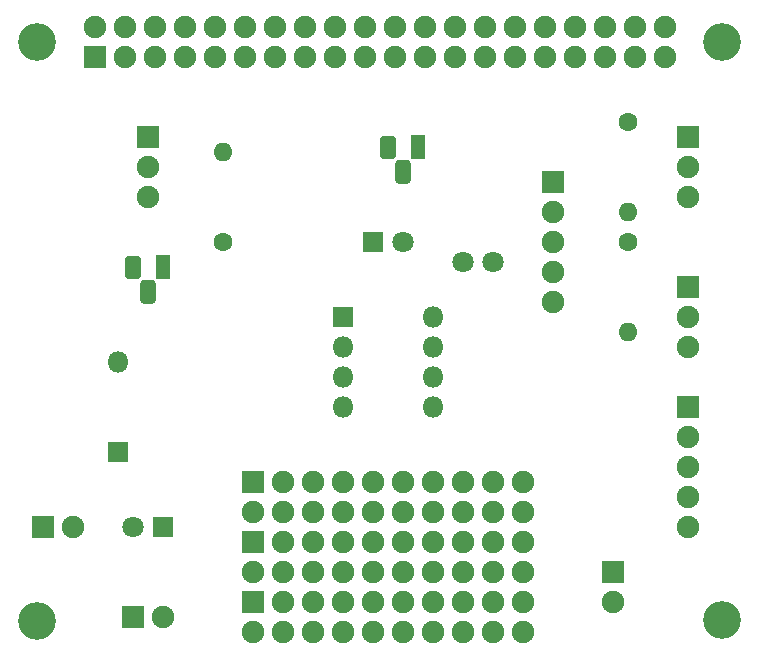
<source format=gts>
G04 #@! TF.GenerationSoftware,KiCad,Pcbnew,(5.1.5-0-10_14)*
G04 #@! TF.CreationDate,2019-12-20T11:49:40-05:00*
G04 #@! TF.ProjectId,Cbot2,43626f74-322e-46b6-9963-61645f706362,rev?*
G04 #@! TF.SameCoordinates,Original*
G04 #@! TF.FileFunction,Soldermask,Top*
G04 #@! TF.FilePolarity,Negative*
%FSLAX46Y46*%
G04 Gerber Fmt 4.6, Leading zero omitted, Abs format (unit mm)*
G04 Created by KiCad (PCBNEW (5.1.5-0-10_14)) date 2019-12-20 11:49:40*
%MOMM*%
%LPD*%
G04 APERTURE LIST*
%ADD10R,1.900000X1.900000*%
%ADD11O,1.900000X1.900000*%
%ADD12C,3.200000*%
%ADD13R,1.800000X1.800000*%
%ADD14O,1.800000X1.800000*%
%ADD15C,1.600000*%
%ADD16O,1.600000X1.600000*%
%ADD17C,0.100000*%
%ADD18R,1.300000X2.000000*%
%ADD19C,1.800000*%
G04 APERTURE END LIST*
D10*
X86920000Y-65590000D03*
D11*
X86920000Y-63050000D03*
X89460000Y-65590000D03*
X89460000Y-63050000D03*
X92000000Y-65590000D03*
X92000000Y-63050000D03*
X94540000Y-65590000D03*
X94540000Y-63050000D03*
X97080000Y-65590000D03*
X97080000Y-63050000D03*
X99620000Y-65590000D03*
X99620000Y-63050000D03*
X102160000Y-65590000D03*
X102160000Y-63050000D03*
X104700000Y-65590000D03*
X104700000Y-63050000D03*
X107240000Y-65590000D03*
X107240000Y-63050000D03*
X109780000Y-65590000D03*
X109780000Y-63050000D03*
X112320000Y-65590000D03*
X112320000Y-63050000D03*
X114860000Y-65590000D03*
X114860000Y-63050000D03*
X117400000Y-65590000D03*
X117400000Y-63050000D03*
X119940000Y-65590000D03*
X119940000Y-63050000D03*
X122480000Y-65590000D03*
X122480000Y-63050000D03*
X125020000Y-65590000D03*
X125020000Y-63050000D03*
X127560000Y-65590000D03*
X127560000Y-63050000D03*
X130100000Y-65590000D03*
X130100000Y-63050000D03*
X132640000Y-65590000D03*
X132640000Y-63050000D03*
X135180000Y-65590000D03*
X135180000Y-63050000D03*
D12*
X82040000Y-64310000D03*
X140040000Y-64330000D03*
X82040000Y-113320000D03*
X140030000Y-113310000D03*
D13*
X88900000Y-99060000D03*
D14*
X88900000Y-91440000D03*
D10*
X82550000Y-105410000D03*
D11*
X85090000Y-105410000D03*
X92710000Y-113030000D03*
D10*
X90170000Y-113030000D03*
X125730000Y-76200000D03*
D11*
X125730000Y-78740000D03*
X125730000Y-81280000D03*
X125730000Y-83820000D03*
X125730000Y-86360000D03*
D10*
X91440000Y-72390000D03*
D11*
X91440000Y-74930000D03*
X91440000Y-77470000D03*
X137160000Y-77470000D03*
X137160000Y-74930000D03*
D10*
X137160000Y-72390000D03*
D11*
X137160000Y-105410000D03*
X137160000Y-102870000D03*
X137160000Y-100330000D03*
X137160000Y-97790000D03*
D10*
X137160000Y-95250000D03*
X137160000Y-85090000D03*
D11*
X137160000Y-87630000D03*
X137160000Y-90170000D03*
D10*
X130810000Y-109220000D03*
D11*
X130810000Y-111760000D03*
D15*
X97790000Y-81280000D03*
D16*
X97790000Y-73660000D03*
X132080000Y-78740000D03*
D15*
X132080000Y-71120000D03*
X132080000Y-81280000D03*
D16*
X132080000Y-88900000D03*
D13*
X107950000Y-87630000D03*
D14*
X115570000Y-95250000D03*
X107950000Y-90170000D03*
X115570000Y-92710000D03*
X107950000Y-92710000D03*
X115570000Y-90170000D03*
X107950000Y-95250000D03*
X115570000Y-87630000D03*
D17*
G36*
X91796856Y-84491565D02*
G01*
X91828404Y-84496245D01*
X91859343Y-84503994D01*
X91889372Y-84514739D01*
X91918204Y-84528376D01*
X91945560Y-84544772D01*
X91971178Y-84563772D01*
X91994810Y-84585190D01*
X92016228Y-84608822D01*
X92035228Y-84634440D01*
X92051624Y-84661796D01*
X92065261Y-84690628D01*
X92076006Y-84720657D01*
X92083755Y-84751596D01*
X92088435Y-84783144D01*
X92090000Y-84815000D01*
X92090000Y-86165000D01*
X92088435Y-86196856D01*
X92083755Y-86228404D01*
X92076006Y-86259343D01*
X92065261Y-86289372D01*
X92051624Y-86318204D01*
X92035228Y-86345560D01*
X92016228Y-86371178D01*
X91994810Y-86394810D01*
X91971178Y-86416228D01*
X91945560Y-86435228D01*
X91918204Y-86451624D01*
X91889372Y-86465261D01*
X91859343Y-86476006D01*
X91828404Y-86483755D01*
X91796856Y-86488435D01*
X91765000Y-86490000D01*
X91115000Y-86490000D01*
X91083144Y-86488435D01*
X91051596Y-86483755D01*
X91020657Y-86476006D01*
X90990628Y-86465261D01*
X90961796Y-86451624D01*
X90934440Y-86435228D01*
X90908822Y-86416228D01*
X90885190Y-86394810D01*
X90863772Y-86371178D01*
X90844772Y-86345560D01*
X90828376Y-86318204D01*
X90814739Y-86289372D01*
X90803994Y-86259343D01*
X90796245Y-86228404D01*
X90791565Y-86196856D01*
X90790000Y-86165000D01*
X90790000Y-84815000D01*
X90791565Y-84783144D01*
X90796245Y-84751596D01*
X90803994Y-84720657D01*
X90814739Y-84690628D01*
X90828376Y-84661796D01*
X90844772Y-84634440D01*
X90863772Y-84608822D01*
X90885190Y-84585190D01*
X90908822Y-84563772D01*
X90934440Y-84544772D01*
X90961796Y-84528376D01*
X90990628Y-84514739D01*
X91020657Y-84503994D01*
X91051596Y-84496245D01*
X91083144Y-84491565D01*
X91115000Y-84490000D01*
X91765000Y-84490000D01*
X91796856Y-84491565D01*
G37*
G36*
X90526856Y-82421565D02*
G01*
X90558404Y-82426245D01*
X90589343Y-82433994D01*
X90619372Y-82444739D01*
X90648204Y-82458376D01*
X90675560Y-82474772D01*
X90701178Y-82493772D01*
X90724810Y-82515190D01*
X90746228Y-82538822D01*
X90765228Y-82564440D01*
X90781624Y-82591796D01*
X90795261Y-82620628D01*
X90806006Y-82650657D01*
X90813755Y-82681596D01*
X90818435Y-82713144D01*
X90820000Y-82745000D01*
X90820000Y-84095000D01*
X90818435Y-84126856D01*
X90813755Y-84158404D01*
X90806006Y-84189343D01*
X90795261Y-84219372D01*
X90781624Y-84248204D01*
X90765228Y-84275560D01*
X90746228Y-84301178D01*
X90724810Y-84324810D01*
X90701178Y-84346228D01*
X90675560Y-84365228D01*
X90648204Y-84381624D01*
X90619372Y-84395261D01*
X90589343Y-84406006D01*
X90558404Y-84413755D01*
X90526856Y-84418435D01*
X90495000Y-84420000D01*
X89845000Y-84420000D01*
X89813144Y-84418435D01*
X89781596Y-84413755D01*
X89750657Y-84406006D01*
X89720628Y-84395261D01*
X89691796Y-84381624D01*
X89664440Y-84365228D01*
X89638822Y-84346228D01*
X89615190Y-84324810D01*
X89593772Y-84301178D01*
X89574772Y-84275560D01*
X89558376Y-84248204D01*
X89544739Y-84219372D01*
X89533994Y-84189343D01*
X89526245Y-84158404D01*
X89521565Y-84126856D01*
X89520000Y-84095000D01*
X89520000Y-82745000D01*
X89521565Y-82713144D01*
X89526245Y-82681596D01*
X89533994Y-82650657D01*
X89544739Y-82620628D01*
X89558376Y-82591796D01*
X89574772Y-82564440D01*
X89593772Y-82538822D01*
X89615190Y-82515190D01*
X89638822Y-82493772D01*
X89664440Y-82474772D01*
X89691796Y-82458376D01*
X89720628Y-82444739D01*
X89750657Y-82433994D01*
X89781596Y-82426245D01*
X89813144Y-82421565D01*
X89845000Y-82420000D01*
X90495000Y-82420000D01*
X90526856Y-82421565D01*
G37*
D18*
X92710000Y-83420000D03*
D17*
G36*
X113386856Y-74331565D02*
G01*
X113418404Y-74336245D01*
X113449343Y-74343994D01*
X113479372Y-74354739D01*
X113508204Y-74368376D01*
X113535560Y-74384772D01*
X113561178Y-74403772D01*
X113584810Y-74425190D01*
X113606228Y-74448822D01*
X113625228Y-74474440D01*
X113641624Y-74501796D01*
X113655261Y-74530628D01*
X113666006Y-74560657D01*
X113673755Y-74591596D01*
X113678435Y-74623144D01*
X113680000Y-74655000D01*
X113680000Y-76005000D01*
X113678435Y-76036856D01*
X113673755Y-76068404D01*
X113666006Y-76099343D01*
X113655261Y-76129372D01*
X113641624Y-76158204D01*
X113625228Y-76185560D01*
X113606228Y-76211178D01*
X113584810Y-76234810D01*
X113561178Y-76256228D01*
X113535560Y-76275228D01*
X113508204Y-76291624D01*
X113479372Y-76305261D01*
X113449343Y-76316006D01*
X113418404Y-76323755D01*
X113386856Y-76328435D01*
X113355000Y-76330000D01*
X112705000Y-76330000D01*
X112673144Y-76328435D01*
X112641596Y-76323755D01*
X112610657Y-76316006D01*
X112580628Y-76305261D01*
X112551796Y-76291624D01*
X112524440Y-76275228D01*
X112498822Y-76256228D01*
X112475190Y-76234810D01*
X112453772Y-76211178D01*
X112434772Y-76185560D01*
X112418376Y-76158204D01*
X112404739Y-76129372D01*
X112393994Y-76099343D01*
X112386245Y-76068404D01*
X112381565Y-76036856D01*
X112380000Y-76005000D01*
X112380000Y-74655000D01*
X112381565Y-74623144D01*
X112386245Y-74591596D01*
X112393994Y-74560657D01*
X112404739Y-74530628D01*
X112418376Y-74501796D01*
X112434772Y-74474440D01*
X112453772Y-74448822D01*
X112475190Y-74425190D01*
X112498822Y-74403772D01*
X112524440Y-74384772D01*
X112551796Y-74368376D01*
X112580628Y-74354739D01*
X112610657Y-74343994D01*
X112641596Y-74336245D01*
X112673144Y-74331565D01*
X112705000Y-74330000D01*
X113355000Y-74330000D01*
X113386856Y-74331565D01*
G37*
G36*
X112116856Y-72261565D02*
G01*
X112148404Y-72266245D01*
X112179343Y-72273994D01*
X112209372Y-72284739D01*
X112238204Y-72298376D01*
X112265560Y-72314772D01*
X112291178Y-72333772D01*
X112314810Y-72355190D01*
X112336228Y-72378822D01*
X112355228Y-72404440D01*
X112371624Y-72431796D01*
X112385261Y-72460628D01*
X112396006Y-72490657D01*
X112403755Y-72521596D01*
X112408435Y-72553144D01*
X112410000Y-72585000D01*
X112410000Y-73935000D01*
X112408435Y-73966856D01*
X112403755Y-73998404D01*
X112396006Y-74029343D01*
X112385261Y-74059372D01*
X112371624Y-74088204D01*
X112355228Y-74115560D01*
X112336228Y-74141178D01*
X112314810Y-74164810D01*
X112291178Y-74186228D01*
X112265560Y-74205228D01*
X112238204Y-74221624D01*
X112209372Y-74235261D01*
X112179343Y-74246006D01*
X112148404Y-74253755D01*
X112116856Y-74258435D01*
X112085000Y-74260000D01*
X111435000Y-74260000D01*
X111403144Y-74258435D01*
X111371596Y-74253755D01*
X111340657Y-74246006D01*
X111310628Y-74235261D01*
X111281796Y-74221624D01*
X111254440Y-74205228D01*
X111228822Y-74186228D01*
X111205190Y-74164810D01*
X111183772Y-74141178D01*
X111164772Y-74115560D01*
X111148376Y-74088204D01*
X111134739Y-74059372D01*
X111123994Y-74029343D01*
X111116245Y-73998404D01*
X111111565Y-73966856D01*
X111110000Y-73935000D01*
X111110000Y-72585000D01*
X111111565Y-72553144D01*
X111116245Y-72521596D01*
X111123994Y-72490657D01*
X111134739Y-72460628D01*
X111148376Y-72431796D01*
X111164772Y-72404440D01*
X111183772Y-72378822D01*
X111205190Y-72355190D01*
X111228822Y-72333772D01*
X111254440Y-72314772D01*
X111281796Y-72298376D01*
X111310628Y-72284739D01*
X111340657Y-72273994D01*
X111371596Y-72266245D01*
X111403144Y-72261565D01*
X111435000Y-72260000D01*
X112085000Y-72260000D01*
X112116856Y-72261565D01*
G37*
D18*
X114300000Y-73260000D03*
D19*
X118110000Y-82935001D03*
X120610000Y-82935001D03*
D13*
X92710000Y-105410000D03*
D19*
X90210000Y-105410000D03*
D13*
X110490000Y-81280000D03*
D19*
X112990000Y-81280000D03*
D10*
X100330000Y-106680000D03*
D11*
X100330000Y-109220000D03*
X102870000Y-106680000D03*
X102870000Y-109220000D03*
X105410000Y-106680000D03*
X105410000Y-109220000D03*
X107950000Y-106680000D03*
X107950000Y-109220000D03*
X110490000Y-106680000D03*
X110490000Y-109220000D03*
X113030000Y-106680000D03*
X113030000Y-109220000D03*
X115570000Y-106680000D03*
X115570000Y-109220000D03*
X118110000Y-106680000D03*
X118110000Y-109220000D03*
X120650000Y-106680000D03*
X120650000Y-109220000D03*
X123190000Y-106680000D03*
X123190000Y-109220000D03*
X123190000Y-114300000D03*
X123190000Y-111760000D03*
X120650000Y-114300000D03*
X120650000Y-111760000D03*
X118110000Y-114300000D03*
X118110000Y-111760000D03*
X115570000Y-114300000D03*
X115570000Y-111760000D03*
X113030000Y-114300000D03*
X113030000Y-111760000D03*
X110490000Y-114300000D03*
X110490000Y-111760000D03*
X107950000Y-114300000D03*
X107950000Y-111760000D03*
X105410000Y-114300000D03*
X105410000Y-111760000D03*
X102870000Y-114300000D03*
X102870000Y-111760000D03*
X100330000Y-114300000D03*
D10*
X100330000Y-111760000D03*
X100330000Y-101600000D03*
D11*
X100330000Y-104140000D03*
X102870000Y-101600000D03*
X102870000Y-104140000D03*
X105410000Y-101600000D03*
X105410000Y-104140000D03*
X107950000Y-101600000D03*
X107950000Y-104140000D03*
X110490000Y-101600000D03*
X110490000Y-104140000D03*
X113030000Y-101600000D03*
X113030000Y-104140000D03*
X115570000Y-101600000D03*
X115570000Y-104140000D03*
X118110000Y-101600000D03*
X118110000Y-104140000D03*
X120650000Y-101600000D03*
X120650000Y-104140000D03*
X123190000Y-101600000D03*
X123190000Y-104140000D03*
M02*

</source>
